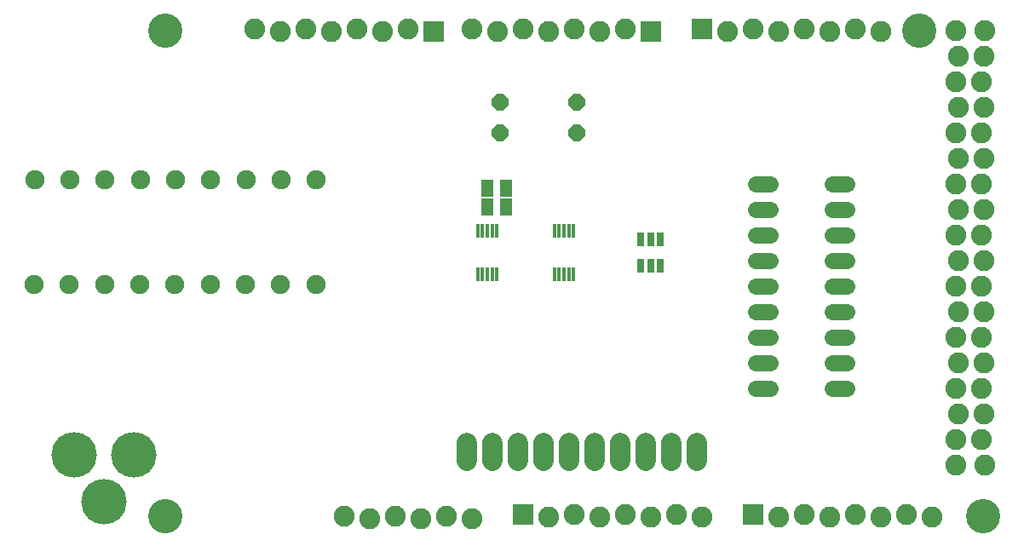
<source format=gts>
G75*
G70*
%OFA0B0*%
%FSLAX24Y24*%
%IPPOS*%
%LPD*%
%AMOC8*
5,1,8,0,0,1.08239X$1,22.5*
%
%ADD10C,0.1340*%
%ADD11R,0.0500X0.0700*%
%ADD12R,0.0820X0.0820*%
%ADD13C,0.0820*%
%ADD14C,0.0640*%
%ADD15R,0.0297X0.0552*%
%ADD16R,0.0160X0.0580*%
%ADD17C,0.1780*%
%ADD18OC8,0.0640*%
%ADD19C,0.0753*%
%ADD20C,0.0792*%
D10*
X007109Y001151D03*
X039109Y001151D03*
X036609Y020151D03*
X007109Y020151D03*
D11*
X019709Y013976D03*
X020459Y013976D03*
X020459Y013226D03*
X019709Y013226D03*
D12*
X017609Y020101D03*
X026109Y020101D03*
X028109Y020201D03*
X030109Y001201D03*
X021109Y001201D03*
D13*
X022109Y001101D03*
X023109Y001201D03*
X024109Y001101D03*
X025109Y001201D03*
X026109Y001101D03*
X027109Y001201D03*
X028109Y001101D03*
X031109Y001101D03*
X032109Y001201D03*
X033109Y001101D03*
X034109Y001201D03*
X035109Y001101D03*
X036109Y001201D03*
X037109Y001101D03*
X038039Y003151D03*
X039179Y003151D03*
X039059Y004151D03*
X038059Y004151D03*
X038159Y005151D03*
X039159Y005151D03*
X039059Y006151D03*
X038059Y006151D03*
X038159Y007151D03*
X039159Y007151D03*
X039059Y008151D03*
X038059Y008151D03*
X038159Y009151D03*
X039159Y009151D03*
X039059Y010151D03*
X038059Y010151D03*
X038159Y011151D03*
X039159Y011151D03*
X039059Y012151D03*
X038059Y012151D03*
X038159Y013151D03*
X039159Y013151D03*
X039059Y014151D03*
X038059Y014151D03*
X038159Y015151D03*
X039159Y015151D03*
X039059Y016151D03*
X038059Y016151D03*
X038159Y017151D03*
X039159Y017151D03*
X039059Y018151D03*
X038059Y018151D03*
X038159Y019151D03*
X039159Y019151D03*
X039179Y020151D03*
X038039Y020151D03*
X035109Y020101D03*
X034109Y020201D03*
X033109Y020101D03*
X032109Y020201D03*
X031109Y020101D03*
X030109Y020201D03*
X029109Y020101D03*
X025109Y020201D03*
X024109Y020101D03*
X023109Y020201D03*
X022109Y020101D03*
X021109Y020201D03*
X020109Y020101D03*
X019109Y020201D03*
X016609Y020201D03*
X015609Y020101D03*
X014609Y020201D03*
X013609Y020101D03*
X012609Y020201D03*
X011609Y020101D03*
X010609Y020201D03*
X014109Y001151D03*
X015109Y001051D03*
X016109Y001151D03*
X017109Y001051D03*
X018109Y001151D03*
X019109Y001051D03*
D14*
X030229Y006151D02*
X030789Y006151D01*
X030789Y007151D02*
X030229Y007151D01*
X030229Y008151D02*
X030789Y008151D01*
X030789Y009151D02*
X030229Y009151D01*
X030229Y010151D02*
X030789Y010151D01*
X030789Y011151D02*
X030229Y011151D01*
X030229Y012151D02*
X030789Y012151D01*
X030789Y013151D02*
X030229Y013151D01*
X030229Y014151D02*
X030789Y014151D01*
X033229Y014151D02*
X033789Y014151D01*
X033789Y013151D02*
X033229Y013151D01*
X033229Y012151D02*
X033789Y012151D01*
X033789Y011151D02*
X033229Y011151D01*
X033229Y010151D02*
X033789Y010151D01*
X033789Y009151D02*
X033229Y009151D01*
X033229Y008151D02*
X033789Y008151D01*
X033789Y007151D02*
X033229Y007151D01*
X033229Y006151D02*
X033789Y006151D01*
D15*
X026483Y010939D03*
X026109Y010939D03*
X025735Y010939D03*
X025735Y011963D03*
X026109Y011963D03*
X026483Y011963D03*
D16*
X023099Y012311D03*
X022909Y012311D03*
X022719Y012311D03*
X022529Y012311D03*
X022339Y012311D03*
X020099Y012311D03*
X019909Y012311D03*
X019719Y012311D03*
X019529Y012311D03*
X019339Y012311D03*
X019339Y010591D03*
X019529Y010591D03*
X019719Y010591D03*
X019909Y010591D03*
X020099Y010591D03*
X022339Y010591D03*
X022529Y010591D03*
X022719Y010591D03*
X022909Y010591D03*
X023099Y010591D03*
D17*
X004721Y001701D03*
X003540Y003551D03*
X005902Y003551D03*
D18*
X020209Y016151D03*
X020209Y017351D03*
X023209Y017351D03*
X023209Y016151D03*
D19*
X013031Y014293D03*
X011653Y014293D03*
X010275Y014293D03*
X008897Y014293D03*
X007519Y014293D03*
X006142Y014293D03*
X004764Y014293D03*
X003386Y014293D03*
X002008Y014293D03*
X001986Y010191D03*
X003364Y010191D03*
X004742Y010191D03*
X006120Y010191D03*
X007498Y010191D03*
X008876Y010191D03*
X010254Y010191D03*
X011632Y010191D03*
X013010Y010191D03*
D20*
X018909Y004007D02*
X018909Y003295D01*
X019909Y003295D02*
X019909Y004007D01*
X020909Y004007D02*
X020909Y003295D01*
X021909Y003295D02*
X021909Y004007D01*
X022909Y004007D02*
X022909Y003295D01*
X023909Y003295D02*
X023909Y004007D01*
X024909Y004007D02*
X024909Y003295D01*
X025909Y003295D02*
X025909Y004007D01*
X026909Y004007D02*
X026909Y003295D01*
X027909Y003295D02*
X027909Y004007D01*
M02*

</source>
